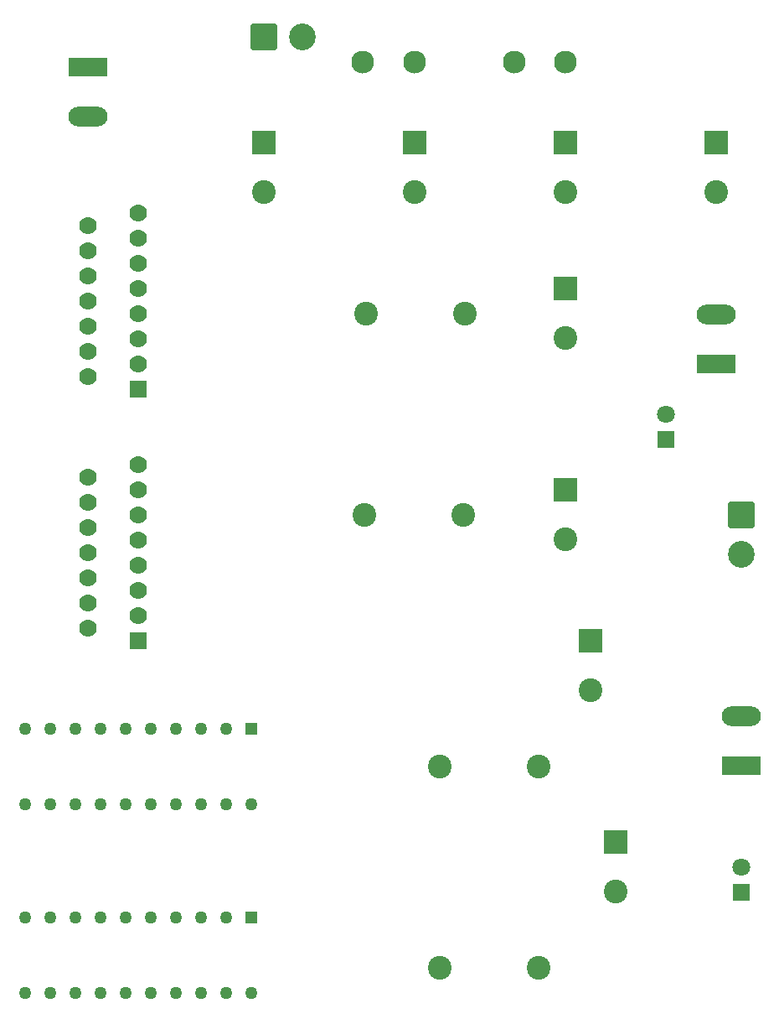
<source format=gbr>
%TF.GenerationSoftware,KiCad,Pcbnew,(6.0.1)*%
%TF.CreationDate,2022-02-20T14:47:32+01:00*%
%TF.ProjectId,PSU,5053552e-6b69-4636-9164-5f7063625858,rev?*%
%TF.SameCoordinates,Original*%
%TF.FileFunction,Soldermask,Bot*%
%TF.FilePolarity,Negative*%
%FSLAX46Y46*%
G04 Gerber Fmt 4.6, Leading zero omitted, Abs format (unit mm)*
G04 Created by KiCad (PCBNEW (6.0.1)) date 2022-02-20 14:47:32*
%MOMM*%
%LPD*%
G01*
G04 APERTURE LIST*
G04 Aperture macros list*
%AMRoundRect*
0 Rectangle with rounded corners*
0 $1 Rounding radius*
0 $2 $3 $4 $5 $6 $7 $8 $9 X,Y pos of 4 corners*
0 Add a 4 corners polygon primitive as box body*
4,1,4,$2,$3,$4,$5,$6,$7,$8,$9,$2,$3,0*
0 Add four circle primitives for the rounded corners*
1,1,$1+$1,$2,$3*
1,1,$1+$1,$4,$5*
1,1,$1+$1,$6,$7*
1,1,$1+$1,$8,$9*
0 Add four rect primitives between the rounded corners*
20,1,$1+$1,$2,$3,$4,$5,0*
20,1,$1+$1,$4,$5,$6,$7,0*
20,1,$1+$1,$6,$7,$8,$9,0*
20,1,$1+$1,$8,$9,$2,$3,0*%
G04 Aperture macros list end*
%ADD10RoundRect,0.250001X-1.099999X-1.099999X1.099999X-1.099999X1.099999X1.099999X-1.099999X1.099999X0*%
%ADD11C,2.700000*%
%ADD12R,2.400000X2.400000*%
%ADD13C,2.400000*%
%ADD14R,3.960000X1.980000*%
%ADD15O,3.960000X1.980000*%
%ADD16R,1.270000X1.270000*%
%ADD17C,1.270000*%
%ADD18R,1.778000X1.778000*%
%ADD19C,1.778000*%
%ADD20RoundRect,0.250001X-1.099999X1.099999X-1.099999X-1.099999X1.099999X-1.099999X1.099999X1.099999X0*%
%ADD21C,2.300000*%
%ADD22R,1.800000X1.800000*%
%ADD23C,1.800000*%
G04 APERTURE END LIST*
D10*
%TO.C,SW1*%
X43180000Y-20320000D03*
D11*
X47140000Y-20320000D03*
%TD*%
D12*
%TO.C,C3*%
X76200000Y-81280000D03*
D13*
X76200000Y-86280000D03*
%TD*%
D14*
%TO.C,J1*%
X25400000Y-23320000D03*
D15*
X25400000Y-28320000D03*
%TD*%
D13*
%TO.C,L4*%
X53340000Y-68580000D03*
X63340000Y-68580000D03*
%TD*%
D12*
%TO.C,C23*%
X88900000Y-30940000D03*
D13*
X88900000Y-35940000D03*
%TD*%
D16*
%TO.C,CR2*%
X41910000Y-109220000D03*
D17*
X39370000Y-109220000D03*
X36830000Y-109220000D03*
X34290000Y-109220000D03*
X31750000Y-109220000D03*
X29210000Y-109220000D03*
X26670000Y-109220000D03*
X24130000Y-109220000D03*
X21590000Y-109220000D03*
X19050000Y-109220000D03*
X19050000Y-116840000D03*
X21590000Y-116840000D03*
X24130000Y-116840000D03*
X26670000Y-116840000D03*
X29210000Y-116840000D03*
X31750000Y-116840000D03*
X34290000Y-116840000D03*
X36830000Y-116840000D03*
X39370000Y-116840000D03*
X41910000Y-116840000D03*
%TD*%
D12*
%TO.C,C10*%
X58420000Y-30940000D03*
D13*
X58420000Y-35940000D03*
%TD*%
D14*
%TO.C,J5*%
X88900000Y-53340000D03*
D15*
X88900000Y-48340000D03*
%TD*%
D16*
%TO.C,CR1*%
X41910000Y-90170000D03*
D17*
X39370000Y-90170000D03*
X36830000Y-90170000D03*
X34290000Y-90170000D03*
X31750000Y-90170000D03*
X29210000Y-90170000D03*
X26670000Y-90170000D03*
X24130000Y-90170000D03*
X21590000Y-90170000D03*
X19050000Y-90170000D03*
X19050000Y-97790000D03*
X21590000Y-97790000D03*
X24130000Y-97790000D03*
X26670000Y-97790000D03*
X29210000Y-97790000D03*
X31750000Y-97790000D03*
X34290000Y-97790000D03*
X36830000Y-97790000D03*
X39370000Y-97790000D03*
X41910000Y-97790000D03*
%TD*%
D12*
%TO.C,C16*%
X78740000Y-101600000D03*
D13*
X78740000Y-106600000D03*
%TD*%
D18*
%TO.C,U6*%
X30480000Y-81280000D03*
D19*
X25400000Y-80010000D03*
X30480000Y-78740000D03*
X25400000Y-77470000D03*
X30480000Y-76200000D03*
X25400000Y-74930000D03*
X30480000Y-73660000D03*
X25400000Y-72390000D03*
X30480000Y-71120000D03*
X25400000Y-69850000D03*
X30480000Y-68580000D03*
X25400000Y-67310000D03*
X30480000Y-66040000D03*
X25400000Y-64770000D03*
X30480000Y-63500000D03*
%TD*%
D12*
%TO.C,C9*%
X43180000Y-30940000D03*
D13*
X43180000Y-35940000D03*
%TD*%
D20*
%TO.C,EMER_STOP1*%
X91440000Y-68580000D03*
D11*
X91440000Y-72540000D03*
%TD*%
D21*
%TO.C,F1*%
X53220000Y-22860000D03*
X58420000Y-22860000D03*
X73720000Y-22860000D03*
X68520000Y-22860000D03*
%TD*%
D18*
%TO.C,U3*%
X30480000Y-55880000D03*
D19*
X25400000Y-54610000D03*
X30480000Y-53340000D03*
X25400000Y-52070000D03*
X30480000Y-50800000D03*
X25400000Y-49530000D03*
X30480000Y-48260000D03*
X25400000Y-46990000D03*
X30480000Y-45720000D03*
X25400000Y-44450000D03*
X30480000Y-43180000D03*
X25400000Y-41910000D03*
X30480000Y-40640000D03*
X25400000Y-39370000D03*
X30480000Y-38100000D03*
%TD*%
D12*
%TO.C,C8*%
X73660000Y-45720000D03*
D13*
X73660000Y-50720000D03*
%TD*%
D14*
%TO.C,J3*%
X91440000Y-93900000D03*
D15*
X91440000Y-88900000D03*
%TD*%
D22*
%TO.C,D2*%
X83820000Y-60960000D03*
D23*
X83820000Y-58420000D03*
%TD*%
D12*
%TO.C,C22*%
X73660000Y-30940000D03*
D13*
X73660000Y-35940000D03*
%TD*%
D12*
%TO.C,C21*%
X73660000Y-66040000D03*
D13*
X73660000Y-71040000D03*
%TD*%
%TO.C,L2*%
X53500000Y-48260000D03*
X63500000Y-48260000D03*
%TD*%
%TO.C,L3*%
X70960000Y-114300000D03*
X60960000Y-114300000D03*
%TD*%
D22*
%TO.C,D1*%
X91440000Y-106680000D03*
D23*
X91440000Y-104140000D03*
%TD*%
D13*
%TO.C,L1*%
X70960000Y-93980000D03*
X60960000Y-93980000D03*
%TD*%
M02*

</source>
